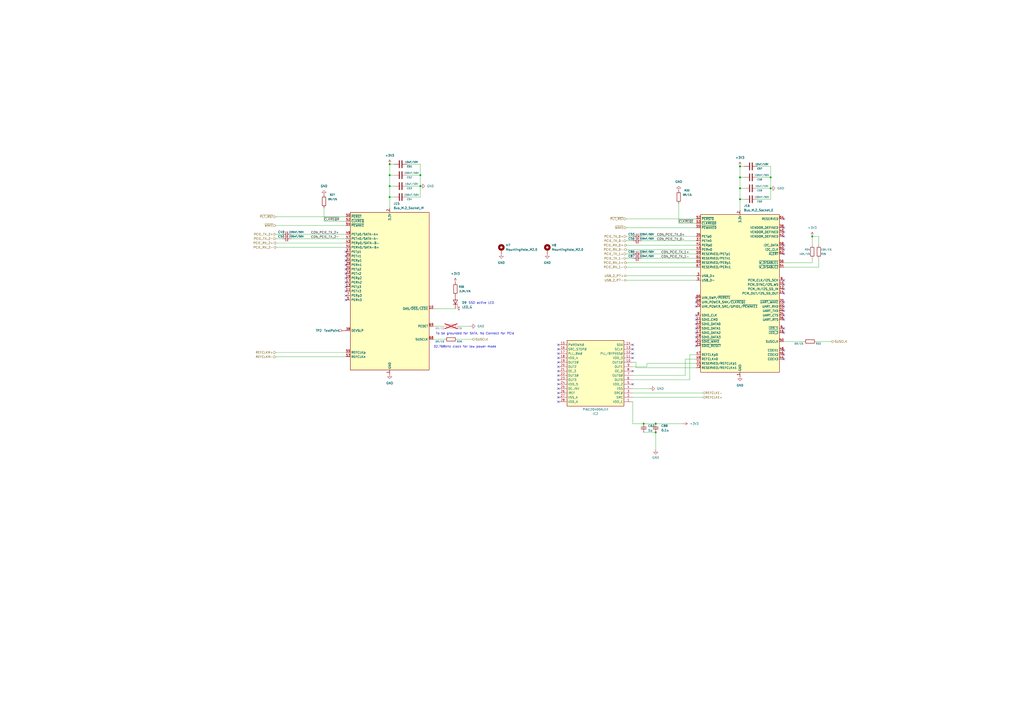
<source format=kicad_sch>
(kicad_sch (version 20231120) (generator "eeschema") (generator_version "8.0")
  (paper "A2")
  (title_block (title "NVR for LattePanda Mu") (date "2024-03-13") (rev "V1.0.0") (company "SpectreBoard"))
  (lib_symbols
    (symbol "Connector:Bus_M.2_Socket_E"
      (property "Reference" "J" (at -22.86 46.99 0))
      (property "Value" "Bus_M.2_Socket_E" (at 16.51 46.99 0))
      (symbol "Bus_M.2_Socket_E_0_1"
        (rectangle (start -22.86 45.72) (end 22.86 -45.72) (stroke (width 0.254)) (fill (type background)))
      )
      (symbol "Bus_M.2_Socket_E_1_1"
        (pin power_in line (at 0 -48.26 90) (length 2.54) (name "GND") (number "1"))
        (pin bidirectional line (at 25.4 5.08 180) (length 2.54) (name "PCM_SYNC/I2S_WS") (number "10"))
        (pin bidirectional line (at -25.4 -15.24 0) (length 2.54) (name "SDIO_CMD") (number "11"))
        (pin input line (at 25.4 2.54 180) (length 2.54) (name "PCM_IN/I2S_SD_IN") (number "12"))
        (pin bidirectional line (at -25.4 -17.78 0) (length 2.54) (name "SDIO_DATA0") (number "13"))
        (pin output line (at 25.4 0 180) (length 2.54) (name "PCM_OUT/I2S_SD_OUT") (number "14"))
        (pin bidirectional line (at -25.4 -20.32 0) (length 2.54) (name "SDIO_DATA1") (number "15"))
        (pin open_collector line (at 25.4 -22.86 180) (length 2.54) (name "~{LED_2}") (number "16"))
        (pin bidirectional line (at -25.4 -22.86 0) (length 2.54) (name "SDIO_DATA2") (number "17"))
        (pin passive line (at 0 -48.26 90) (length 2.54) hide (name "GND") (number "18"))
        (pin bidirectional line (at -25.4 -25.4 0) (length 2.54) (name "SDIO_DATA3") (number "19"))
        (pin power_in line (at 0 48.26 270) (length 2.54) (name "3.3V") (number "2"))
        (pin input line (at 25.4 -5.08 180) (length 2.54) (name "~{UART_WAKE}") (number "20"))
        (pin input line (at -25.4 -27.94 0) (length 2.54) (name "~{SDIO_WAKE}") (number "21"))
        (pin input line (at 25.4 -7.62 180) (length 2.54) (name "UART_RXD") (number "22"))
        (pin output line (at -25.4 -30.48 0) (length 2.54) (name "~{SDIO_RESET}") (number "23"))
        (pin bidirectional line (at -25.4 10.16 0) (length 2.54) (name "USB_D+") (number "3"))
        (pin output line (at 25.4 -10.16 180) (length 2.54) (name "UART_TXD") (number "32"))
        (pin passive line (at 0 -48.26 90) (length 2.54) hide (name "GND") (number "33"))
        (pin input line (at 25.4 -12.7 180) (length 2.54) (name "UART_CTS") (number "34"))
        (pin output line (at -25.4 33.02 0) (length 2.54) (name "PETp0") (number "35"))
        (pin output line (at 25.4 -15.24 180) (length 2.54) (name "UART_RTS") (number "36"))
        (pin output line (at -25.4 30.48 0) (length 2.54) (name "PETn0") (number "37"))
        (pin passive line (at 25.4 38.1 180) (length 2.54) (name "VENDOR_DEFINED") (number "38"))
        (pin passive line (at 0 -48.26 90) (length 2.54) hide (name "GND") (number "39"))
        (pin passive line (at 0 48.26 270) (length 2.54) hide (name "3.3V") (number "4"))
        (pin passive line (at 25.4 35.56 180) (length 2.54) (name "VENDOR_DEFINED") (number "40"))
        (pin input line (at -25.4 27.94 0) (length 2.54) (name "PERp0") (number "41"))
        (pin passive line (at 25.4 33.02 180) (length 2.54) (name "VENDOR_DEFINED") (number "42"))
        (pin input line (at -25.4 25.4 0) (length 2.54) (name "PERn0") (number "43"))
        (pin bidirectional line (at 25.4 -38.1 180) (length 2.54) (name "COEX3") (number "44"))
        (pin passive line (at 0 -48.26 90) (length 2.54) hide (name "GND") (number "45"))
        (pin bidirectional line (at 25.4 -35.56 180) (length 2.54) (name "COEX2") (number "46"))
        (pin output line (at -25.4 -35.56 0) (length 2.54) (name "REFCLKp0") (number "47"))
        (pin bidirectional line (at 25.4 -33.02 180) (length 2.54) (name "COEX1") (number "48"))
        (pin output line (at -25.4 -38.1 0) (length 2.54) (name "REFCLKn0") (number "49"))
        (pin bidirectional line (at -25.4 7.62 0) (length 2.54) (name "USB_D-") (number "5"))
        (pin output line (at 25.4 -27.94 180) (length 2.54) (name "SUSCLK") (number "50"))
        (pin passive line (at 0 -48.26 90) (length 2.54) hide (name "GND") (number "51"))
        (pin output line (at -25.4 43.18 0) (length 2.54) (name "~{PERST0}") (number "52"))
        (pin bidirectional line (at -25.4 40.64 0) (length 2.54) (name "~{CLKREQ0}") (number "53"))
        (pin output line (at 25.4 15.24 180) (length 2.54) (name "~{W_DISABLE2}") (number "54"))
        (pin bidirectional line (at -25.4 38.1 0) (length 2.54) (name "~{PEWAKE0}") (number "55"))
        (pin output line (at 25.4 17.78 180) (length 2.54) (name "~{W_DISABLE1}") (number "56"))
        (pin passive line (at 0 -48.26 90) (length 2.54) hide (name "GND") (number "57"))
        (pin bidirectional line (at 25.4 27.94 180) (length 2.54) (name "I2C_DATA") (number "58"))
        (pin output line (at -25.4 22.86 0) (length 2.54) (name "RESERVED/PETp1") (number "59"))
        (pin open_collector line (at 25.4 -20.32 180) (length 2.54) (name "~{LED_1}") (number "6"))
        (pin output line (at 25.4 25.4 180) (length 2.54) (name "I2C_CLK") (number "60"))
        (pin output line (at -25.4 20.32 0) (length 2.54) (name "RESERVED/PETn1") (number "61"))
        (pin input line (at 25.4 22.86 180) (length 2.54) (name "~{ALERT}") (number "62"))
        (pin passive line (at 0 -48.26 90) (length 2.54) hide (name "GND") (number "63"))
        (pin passive line (at 25.4 43.18 180) (length 2.54) (name "RESERVED") (number "64"))
        (pin input line (at -25.4 17.78 0) (length 2.54) (name "RESERVED/PERp1") (number "65"))
        (pin output line (at -25.4 -2.54 0) (length 2.54) (name "UIM_SWP/~{PERST1}") (number "66"))
        (pin input line (at -25.4 15.24 0) (length 2.54) (name "RESERVED/PERn1") (number "67"))
        (pin bidirectional line (at -25.4 -5.08 0) (length 2.54) (name "UIM_POWER_SNK/~{CLKREQ1}") (number "68"))
        (pin passive line (at 0 -48.26 90) (length 2.54) hide (name "GND") (number "69"))
        (pin passive line (at 0 -48.26 90) (length 2.54) hide (name "GND") (number "7"))
        (pin bidirectional line (at -25.4 -7.62 0) (length 2.54) (name "UIM_POWER_SRC/GPIO1/~{PEWAKE1}") (number "70"))
        (pin output line (at -25.4 -40.64 0) (length 2.54) (name "RESERVED/REFCLKp1") (number "71"))
        (pin passive line (at 0 48.26 270) (length 2.54) hide (name "3.3V") (number "72"))
        (pin output line (at -25.4 -43.18 0) (length 2.54) (name "RESERVED/REFCLKn1") (number "73"))
        (pin passive line (at 0 48.26 270) (length 2.54) hide (name "3.3V") (number "74"))
        (pin passive line (at 0 -48.26 90) (length 2.54) hide (name "GND") (number "75"))
        (pin bidirectional line (at 25.4 7.62 180) (length 2.54) (name "PCM_CLK/I2S_SCK") (number "8"))
        (pin output line (at -25.4 -12.7 0) (length 2.54) (name "SDIO_CLK") (number "9"))
      )
    )
    (symbol "Connector:Bus_M.2_Socket_M"
      (property "Reference" "J" (at -22.86 46.99 0))
      (property "Value" "Bus_M.2_Socket_M" (at 16.51 46.99 0))
      (symbol "Bus_M.2_Socket_M_0_1"
        (rectangle (start -22.86 45.72) (end 22.86 -45.72) (stroke (width 0.254)) (fill (type background)))
      )
      (symbol "Bus_M.2_Socket_M_1_1"
        (pin power_in line (at 0 -48.26 90) (length 2.54) (name "GND") (number "1"))
        (pin bidirectional line (at 25.4 -10.16 180) (length 2.54) (name "DAS/~{DSS}/~{LED1}") (number "10"))
        (pin output line (at -25.4 0 0) (length 2.54) (name "PETn3") (number "11"))
        (pin passive line (at 0 48.26 270) (length 2.54) hide (name "3.3V") (number "12"))
        (pin output line (at -25.4 2.54 0) (length 2.54) (name "PETp3") (number "13"))
        (pin passive line (at 0 48.26 270) (length 2.54) hide (name "3.3V") (number "14"))
        (pin passive line (at 0 -48.26 90) (length 2.54) hide (name "GND") (number "15"))
        (pin passive line (at 0 48.26 270) (length 2.54) hide (name "3.3V") (number "16"))
        (pin input line (at -25.4 5.08 0) (length 2.54) (name "PERn2") (number "17"))
        (pin passive line (at 0 48.26 270) (length 2.54) hide (name "3.3V") (number "18"))
        (pin input line (at -25.4 7.62 0) (length 2.54) (name "PERp2") (number "19"))
        (pin power_in line (at 0 48.26 270) (length 2.54) (name "3.3V") (number "2"))
        (pin no_connect line (at 22.86 2.54 180) (length 2.54) hide (name "NC") (number "20"))
        (pin passive line (at 0 -48.26 90) (length 2.54) hide (name "GND") (number "21"))
        (pin no_connect line (at 22.86 5.08 180) (length 2.54) hide (name "NC") (number "22"))
        (pin output line (at -25.4 10.16 0) (length 2.54) (name "PETn2") (number "23"))
        (pin no_connect line (at 22.86 7.62 180) (length 2.54) hide (name "NC") (number "24"))
        (pin output line (at -25.4 12.7 0) (length 2.54) (name "PETp2") (number "25"))
        (pin no_connect line (at 22.86 10.16 180) (length 2.54) hide (name "NC") (number "26"))
        (pin passive line (at 0 -48.26 90) (length 2.54) hide (name "GND") (number "27"))
        (pin no_connect line (at 22.86 12.7 180) (length 2.54) hide (name "NC") (number "28"))
        (pin input line (at -25.4 15.24 0) (length 2.54) (name "PERn1") (number "29"))
        (pin passive line (at 0 -48.26 90) (length 2.54) hide (name "GND") (number "3"))
        (pin no_connect line (at 22.86 15.24 180) (length 2.54) hide (name "NC") (number "30"))
        (pin input line (at -25.4 17.78 0) (length 2.54) (name "PERp1") (number "31"))
        (pin no_connect line (at 22.86 17.78 180) (length 2.54) hide (name "NC") (number "32"))
        (pin passive line (at 0 -48.26 90) (length 2.54) hide (name "GND") (number "33"))
        (pin no_connect line (at 22.86 20.32 180) (length 2.54) hide (name "NC") (number "34"))
        (pin output line (at -25.4 20.32 0) (length 2.54) (name "PETn1") (number "35"))
        (pin no_connect line (at 22.86 22.86 180) (length 2.54) hide (name "NC") (number "36"))
        (pin output line (at -25.4 22.86 0) (length 2.54) (name "PETp1") (number "37"))
        (pin output line (at -25.4 -22.86 0) (length 2.54) (name "DEVSLP") (number "38"))
        (pin passive line (at 0 -48.26 90) (length 2.54) hide (name "GND") (number "39"))
        (pin passive line (at 0 48.26 270) (length 2.54) hide (name "3.3V") (number "4"))
        (pin no_connect line (at 22.86 25.4 180) (length 2.54) hide (name "NC") (number "40"))
        (pin input line (at -25.4 25.4 0) (length 2.54) (name "PERn0/SATA-B+") (number "41"))
        (pin no_connect line (at 22.86 27.94 180) (length 2.54) hide (name "NC") (number "42"))
        (pin input line (at -25.4 27.94 0) (length 2.54) (name "PERp0/SATA-B-") (number "43"))
        (pin no_connect line (at 22.86 30.48 180) (length 2.54) hide (name "NC") (number "44"))
        (pin passive line (at 0 -48.26 90) (length 2.54) hide (name "GND") (number "45"))
        (pin no_connect line (at 22.86 33.02 180) (length 2.54) hide (name "NC") (number "46"))
        (pin output line (at -25.4 30.48 0) (length 2.54) (name "PETn0/SATA-A-") (number "47"))
        (pin no_connect line (at 22.86 35.56 180) (length 2.54) hide (name "NC") (number "48"))
        (pin output line (at -25.4 33.02 0) (length 2.54) (name "PETp0/SATA-A+") (number "49"))
        (pin input line (at -25.4 -5.08 0) (length 2.54) (name "PERn3") (number "5"))
        (pin output line (at -25.4 43.18 0) (length 2.54) (name "~{PERST}") (number "50"))
        (pin passive line (at 0 -48.26 90) (length 2.54) hide (name "GND") (number "51"))
        (pin bidirectional line (at -25.4 40.64 0) (length 2.54) (name "~{CLKREQ}") (number "52"))
        (pin output line (at -25.4 -38.1 0) (length 2.54) (name "REFCLKn") (number "53"))
        (pin bidirectional line (at -25.4 38.1 0) (length 2.54) (name "~{PEWAKE}") (number "54"))
        (pin output line (at -25.4 -35.56 0) (length 2.54) (name "REFCLKp") (number "55"))
        (pin no_connect line (at 22.86 38.1 180) (length 2.54) hide (name "NC") (number "56"))
        (pin passive line (at 0 -48.26 90) (length 2.54) hide (name "GND") (number "57"))
        (pin no_connect line (at 22.86 40.64 180) (length 2.54) hide (name "NC") (number "58"))
        (pin no_connect line (at 22.86 -2.54 180) (length 2.54) hide (name "NC") (number "6"))
        (pin no_connect line (at 22.86 -5.08 180) (length 2.54) hide (name "NC") (number "67"))
        (pin output line (at 25.4 -27.94 180) (length 2.54) (name "SUSCLK") (number "68"))
        (pin passive line (at 25.4 -20.32 180) (length 2.54) (name "PEDET") (number "69"))
        (pin input line (at -25.4 -2.54 0) (length 2.54) (name "PERp3") (number "7"))
        (pin passive line (at 0 48.26 270) (length 2.54) hide (name "3.3V") (number "70"))
        (pin passive line (at 0 -48.26 90) (length 2.54) hide (name "GND") (number "71"))
        (pin passive line (at 0 48.26 270) (length 2.54) hide (name "3.3V") (number "72"))
        (pin passive line (at 0 -48.26 90) (length 2.54) hide (name "GND") (number "73"))
        (pin passive line (at 0 48.26 270) (length 2.54) hide (name "3.3V") (number "74"))
        (pin passive line (at 0 -48.26 90) (length 2.54) hide (name "GND") (number "75"))
        (pin no_connect line (at 22.86 0 180) (length 2.54) hide (name "NC") (number "8"))
        (pin passive line (at 0 -48.26 90) (length 2.54) hide (name "GND") (number "9"))
      )
    )
    (symbol "Connector:TestPoint" (pin_numbers hide) (pin_names (offset 0.762) hide)
      (property "Reference" "TP" (at 0 6.858 0))
      (property "Value" "TestPoint" (at 0 5.08 0))
      (symbol "TestPoint_0_1"
        (circle (center 0 3.302) (radius 0.762))
      )
      (symbol "TestPoint_1_1"
        (pin passive line (at 0 0 90) (length 2.54) (name "1") (number "1"))
      )
    )
    (symbol "Device:C" (pin_numbers hide) (pin_names (offset 0.254))
      (property "Reference" "C" (at 0.635 2.54 0))
      (property "Value" "C" (at 0.635 -2.54 0))
      (symbol "C_0_1"
        (polyline (pts (xy -2.032 -0.762) (xy 2.032 -0.762)) (stroke (width 0.508)))
        (polyline (pts (xy -2.032 0.762) (xy 2.032 0.762)) (stroke (width 0.508)))
      )
      (symbol "C_1_1"
        (pin passive line (at 0 3.81 270) (length 2.794) (name "~") (number "1"))
        (pin passive line (at 0 -3.81 90) (length 2.794) (name "~") (number "2"))
      )
    )
    (symbol "Device:C_Small" (pin_numbers hide) (pin_names (offset 0.254) hide)
      (property "Reference" "C" (at 0.254 1.778 0))
      (property "Value" "C_Small" (at 0.254 -2.032 0))
      (symbol "C_Small_0_1"
        (polyline (pts (xy -1.524 -0.508) (xy 1.524 -0.508)) (stroke (width 0.3302)))
        (polyline (pts (xy -1.524 0.508) (xy 1.524 0.508)) (stroke (width 0.3048)))
      )
      (symbol "C_Small_1_1"
        (pin passive line (at 0 2.54 270) (length 2.032) (name "~") (number "1"))
        (pin passive line (at 0 -2.54 90) (length 2.032) (name "~") (number "2"))
      )
    )
    (symbol "Device:LED" (pin_numbers hide) (pin_names (offset 1.016) hide)
      (property "Reference" "D" (at 0 2.54 0))
      (property "Value" "LED" (at 0 -2.54 0))
      (symbol "LED_0_1"
        (polyline (pts (xy -1.27 -1.27) (xy -1.27 1.27)) (stroke (width 0.254)))
        (polyline (pts (xy -1.27 0) (xy 1.27 0)))
        (polyline (pts (xy 1.27 -1.27) (xy 1.27 1.27) (xy -1.27 0) (xy 1.27 -1.27)) (stroke (width 0.254)))
        (polyline (pts (xy -3.048 -0.762) (xy -4.572 -2.286) (xy -3.81 -2.286) (xy -4.572 -2.286) (xy -4.572 -1.524)))
        (polyline (pts (xy -1.778 -0.762) (xy -3.302 -2.286) (xy -2.54 -2.286) (xy -3.302 -2.286) (xy -3.302 -1.524)))
      )
      (symbol "LED_1_1"
        (pin passive line (at -3.81 0 0) (length 2.54) (name "K") (number "1"))
        (pin passive line (at 3.81 0 180) (length 2.54) (name "A") (number "2"))
      )
    )
    (symbol "Device:R" (pin_numbers hide) (pin_names (offset 0))
      (property "Reference" "R" (at 2.032 0 90))
      (property "Value" "R" (at 0 0 90))
      (symbol "R_0_1"
        (rectangle (start -1.016 -2.54) (end 1.016 2.54) (stroke (width 0.254)))
      )
      (symbol "R_1_1"
        (pin passive line (at 0 3.81 270) (length 1.27) (name "~") (number "1"))
        (pin passive line (at 0 -3.81 90) (length 1.27) (name "~") (number "2"))
      )
    )
    (symbol "Mechanical:MountingHole_Pad" (pin_numbers hide) (pin_names (offset 1.016) hide) (exclude_from_sim yes) (in_bom no)
      (property "Reference" "H" (at 0 6.35 0))
      (property "Value" "MountingHole_Pad" (at 0 4.445 0))
      (symbol "MountingHole_Pad_0_1"
        (circle (center 0 1.27) (radius 1.27) (stroke (width 1.27)))
      )
      (symbol "MountingHole_Pad_1_1"
        (pin input line (at 0 -2.54 90) (length 2.54) (name "1") (number "1"))
      )
    )
    (symbol "PI6C20400ALEX:PI6C20400ALEX"
      (property "Reference" "IC" (at 39.37 7.62 0))
      (property "Value" "PI6C20400ALEX" (at 39.37 5.08 0))
      (symbol "PI6C20400ALEX_1_1"
        (rectangle (start 5.08 2.54) (end 38.1 -35.56) (stroke (width 0.254)) (fill (type background)))
        (pin passive line (at 0 0 0) (length 5.08) (name "VDD_1") (number "1"))
        (pin passive line (at 0 -22.86 0) (length 5.08) (name "OUT1#") (number "10"))
        (pin passive line (at 0 -25.4 0) (length 5.08) (name "VDD_3") (number "11"))
        (pin passive line (at 0 -27.94 0) (length 5.08) (name "PLL/BYPASS#") (number "12"))
        (pin passive line (at 0 -30.48 0) (length 5.08) (name "SCLK") (number "13"))
        (pin passive line (at 0 -33.02 0) (length 5.08) (name "SDA") (number "14"))
        (pin passive line (at 43.18 -33.02 180) (length 5.08) (name "PWRDWN#") (number "15"))
        (pin passive line (at 43.18 -30.48 180) (length 5.08) (name "SRC_STOP#") (number "16"))
        (pin passive line (at 43.18 -27.94 180) (length 5.08) (name "PLL_BW#") (number "17"))
        (pin passive line (at 43.18 -25.4 180) (length 5.08) (name "VDD_4") (number "18"))
        (pin passive line (at 43.18 -22.86 180) (length 5.08) (name "OUT2#") (number "19"))
        (pin passive line (at 0 -2.54 0) (length 5.08) (name "SRC") (number "2"))
        (pin passive line (at 43.18 -20.32 180) (length 5.08) (name "OUT2") (number "20"))
        (pin passive line (at 43.18 -17.78 180) (length 5.08) (name "OE_3") (number "21"))
        (pin passive line (at 43.18 -15.24 180) (length 5.08) (name "OUT3#") (number "22"))
        (pin passive line (at 43.18 -12.7 180) (length 5.08) (name "OUT3") (number "23"))
        (pin passive line (at 43.18 -10.16 180) (length 5.08) (name "VDD_5") (number "24"))
        (pin passive line (at 43.18 -7.62 180) (length 5.08) (name "OE_INV") (number "25"))
        (pin passive line (at 43.18 -5.08 180) (length 5.08) (name "IREF") (number "26"))
        (pin passive line (at 43.18 -2.54 180) (length 5.08) (name "VSS_A") (number "27"))
        (pin passive line (at 43.18 0 180) (length 5.08) (name "VDD_A") (number "28"))
        (pin passive line (at 0 -5.08 0) (length 5.08) (name "SRC#") (number "3"))
        (pin passive line (at 0 -7.62 0) (length 5.08) (name "VSS") (number "4"))
        (pin passive line (at 0 -10.16 0) (length 5.08) (name "VDD_2") (number "5"))
        (pin passive line (at 0 -12.7 0) (length 5.08) (name "OUT0") (number "6"))
        (pin passive line (at 0 -15.24 0) (length 5.08) (name "OUT0#") (number "7"))
        (pin passive line (at 0 -17.78 0) (length 5.08) (name "OE_0") (number "8"))
        (pin passive line (at 0 -20.32 0) (length 5.08) (name "OUT1") (number "9"))
      )
    )
    (symbol "power:+3V3" (power) (pin_numbers hide) (pin_names (offset 0) hide)
      (property "Value" "+3V3" (at 0 3.556 0))
      (symbol "+3V3_0_1"
        (polyline (pts (xy -0.762 1.27) (xy 0 2.54)))
        (polyline (pts (xy 0 0) (xy 0 2.54)))
        (polyline (pts (xy 0 2.54) (xy 0.762 1.27)))
      )
      (symbol "+3V3_1_1"
        (pin power_in line (at 0 0 90) (length 0) (name "~") (number "1"))
      )
    )
    (symbol "power:GND" (power) (pin_numbers hide) (pin_names (offset 0) hide)
      (property "Value" "GND" (at 0 -3.81 0))
      (symbol "GND_0_1"
        (polyline (pts (xy 0 0) (xy 0 -1.27) (xy 1.27 -1.27) (xy 0 -2.54) (xy -1.27 -1.27) (xy 0 -1.27)))
      )
      (symbol "GND_1_1"
        (pin power_in line (at 0 0 270) (length 0) (name "~") (number "1"))
      )
    )
  )
  (junction (at 447.04 109.22))
  (junction (at 429.26 102.87))
  (junction (at 373.38 245.745))
  (junction (at 429.26 115.57))
  (junction (at 429.26 109.22))
  (junction (at 471.17 137.16))
  (junction (at 243.84 107.95))
  (junction (at 380.365 250.825))
  (junction (at 447.04 102.87))
  (junction (at 226.06 114.3))
  (junction (at 226.06 95.25))
  (junction (at 380.365 245.745))
  (junction (at 226.06 101.6))
  (junction (at 429.26 96.52))
  (junction (at 243.84 101.6))
  (junction (at 226.06 107.95))
  (no_connect (at 323.85 215.265))
  (no_connect (at 323.85 220.345))
  (no_connect (at 200.66 148.59))
  (no_connect (at 403.86 193.04))
  (no_connect (at 454.66 167.64))
  (no_connect (at 403.86 175.26))
  (no_connect (at 367.03 205.105))
  (no_connect (at 367.03 207.645))
  (no_connect (at 323.85 202.565))
  (no_connect (at 403.86 172.72))
  (no_connect (at 323.85 227.965))
  (no_connect (at 454.66 203.2))
  (no_connect (at 323.85 210.185))
  (no_connect (at 403.86 182.88))
  (no_connect (at 454.66 147.32))
  (no_connect (at 454.66 134.62))
  (no_connect (at 323.85 233.045))
  (no_connect (at 454.66 190.5))
  (no_connect (at 323.85 230.505))
  (no_connect (at 200.66 156.21))
  (no_connect (at 323.85 222.885))
  (no_connect (at 200.66 173.99))
  (no_connect (at 403.86 198.12))
  (no_connect (at 323.85 200.025))
  (no_connect (at 403.86 177.8))
  (no_connect (at 323.85 207.645))
  (no_connect (at 367.03 202.565))
  (no_connect (at 403.86 187.96))
  (no_connect (at 200.66 161.29))
  (no_connect (at 323.85 205.105))
  (no_connect (at 200.66 146.05))
  (no_connect (at 200.66 153.67))
  (no_connect (at 323.85 217.805))
  (no_connect (at 454.66 208.28))
  (no_connect (at 200.66 158.75))
  (no_connect (at 454.66 177.8))
  (no_connect (at 454.66 180.34))
  (no_connect (at 454.66 142.24))
  (no_connect (at 454.66 185.42))
  (no_connect (at 200.66 171.45))
  (no_connect (at 403.86 190.5))
  (no_connect (at 403.86 200.66))
  (no_connect (at 454.66 205.74))
  (no_connect (at 367.03 215.265))
  (no_connect (at 323.85 225.425))
  (no_connect (at 403.86 195.58))
  (no_connect (at 403.86 185.42))
  (no_connect (at 200.66 166.37))
  (no_connect (at 454.66 175.26))
  (no_connect (at 454.66 170.18))
  (no_connect (at 454.66 127))
  (no_connect (at 323.85 212.725))
  (no_connect (at 200.66 168.91))
  (no_connect (at 454.66 137.16))
  (no_connect (at 367.03 222.885))
  (no_connect (at 454.66 165.1))
  (no_connect (at 200.66 163.83))
  (no_connect (at 454.66 144.78))
  (no_connect (at 454.66 132.08))
  (no_connect (at 454.66 193.04))
  (no_connect (at 200.66 151.13))
  (no_connect (at 454.66 182.88))
  (no_connect (at 367.03 200.025))
  (no_connect (at 454.66 162.56))
  (wire (pts (xy 236.22 101.6) (xy 243.84 101.6)))
  (wire (pts (xy 403.86 208.28) (xy 397.51 208.28)))
  (wire (pts (xy 226.06 101.6) (xy 226.06 107.95)))
  (wire (pts (xy 243.84 101.6) (xy 243.84 107.95)))
  (wire (pts (xy 429.26 96.52) (xy 429.26 102.87)))
  (wire (pts (xy 160.02 204.47) (xy 200.66 204.47)))
  (wire (pts (xy 187.96 120.65) (xy 187.96 128.27)))
  (wire (pts (xy 439.42 102.87) (xy 447.04 102.87)))
  (wire (pts (xy 429.26 102.87) (xy 431.8 102.87)))
  (wire (pts (xy 160.02 140.97) (xy 200.66 140.97)))
  (wire (pts (xy 474.98 142.24) (xy 474.98 137.16)))
  (wire (pts (xy 367.03 225.425) (xy 377.19 225.425)))
  (wire (pts (xy 226.06 114.3) (xy 226.06 120.65)))
  (wire (pts (xy 372.11 149.86) (xy 403.86 149.86)))
  (wire (pts (xy 363.22 137.16) (xy 367.03 137.16)))
  (wire (pts (xy 429.26 96.52) (xy 431.8 96.52)))
  (wire (pts (xy 251.46 189.23) (xy 257.81 189.23)))
  (wire (pts (xy 407.67 230.505) (xy 367.03 230.505)))
  (wire (pts (xy 363.22 154.94) (xy 403.86 154.94)))
  (wire (pts (xy 160.02 135.89) (xy 163.83 135.89)))
  (wire (pts (xy 397.51 208.28) (xy 397.51 217.805)))
  (wire (pts (xy 403.86 213.36) (xy 368.935 213.36)))
  (wire (pts (xy 187.96 128.27) (xy 200.66 128.27)))
  (wire (pts (xy 367.03 233.045) (xy 367.03 245.745)))
  (wire (pts (xy 454.66 154.94) (xy 474.98 154.94)))
  (wire (pts (xy 243.84 95.25) (xy 243.84 101.6)))
  (wire (pts (xy 363.22 144.78) (xy 403.86 144.78)))
  (wire (pts (xy 363.22 149.86) (xy 367.03 149.86)))
  (wire (pts (xy 363.22 160.02) (xy 403.86 160.02)))
  (wire (pts (xy 226.06 95.25) (xy 228.6 95.25)))
  (wire (pts (xy 160.02 207.01) (xy 200.66 207.01)))
  (wire (pts (xy 251.46 196.85) (xy 257.81 196.85)))
  (wire (pts (xy 439.42 109.22) (xy 447.04 109.22)))
  (wire (pts (xy 403.86 205.74) (xy 400.05 205.74)))
  (wire (pts (xy 400.05 220.345) (xy 367.03 220.345)))
  (wire (pts (xy 397.51 217.805) (xy 367.03 217.805)))
  (wire (pts (xy 363.22 152.4) (xy 403.86 152.4)))
  (wire (pts (xy 471.17 152.4) (xy 471.17 149.86)))
  (wire (pts (xy 439.42 115.57) (xy 447.04 115.57)))
  (wire (pts (xy 473.71 198.12) (xy 482.6 198.12)))
  (wire (pts (xy 393.7 129.54) (xy 403.86 129.54)))
  (wire (pts (xy 474.98 137.16) (xy 471.17 137.16)))
  (wire (pts (xy 160.02 125.73) (xy 200.66 125.73)))
  (wire (pts (xy 471.17 137.16) (xy 471.17 142.24)))
  (wire (pts (xy 265.43 189.23) (xy 273.05 189.23)))
  (wire (pts (xy 236.22 107.95) (xy 243.84 107.95)))
  (wire (pts (xy 228.6 107.95) (xy 226.06 107.95)))
  (wire (pts (xy 228.6 114.3) (xy 226.06 114.3)))
  (wire (pts (xy 226.06 101.6) (xy 228.6 101.6)))
  (wire (pts (xy 363.22 127) (xy 403.86 127)))
  (wire (pts (xy 375.285 212.725) (xy 367.03 212.725)))
  (wire (pts (xy 474.98 154.94) (xy 474.98 149.86)))
  (wire (pts (xy 160.02 138.43) (xy 163.83 138.43)))
  (wire (pts (xy 160.02 130.81) (xy 200.66 130.81)))
  (wire (pts (xy 400.05 205.74) (xy 400.05 220.345)))
  (wire (pts (xy 372.11 139.7) (xy 403.86 139.7)))
  (wire (pts (xy 431.8 115.57) (xy 429.26 115.57)))
  (wire (pts (xy 407.67 227.965) (xy 367.03 227.965)))
  (wire (pts (xy 368.935 210.185) (xy 367.03 210.185)))
  (wire (pts (xy 429.26 115.57) (xy 429.26 121.92)))
  (wire (pts (xy 447.04 115.57) (xy 447.04 109.22)))
  (wire (pts (xy 367.03 245.745) (xy 373.38 245.745)))
  (wire (pts (xy 429.26 102.87) (xy 429.26 109.22)))
  (wire (pts (xy 380.365 250.825) (xy 380.365 260.985)))
  (wire (pts (xy 168.91 135.89) (xy 200.66 135.89)))
  (wire (pts (xy 372.11 147.32) (xy 403.86 147.32)))
  (wire (pts (xy 265.43 196.85) (xy 274.32 196.85)))
  (wire (pts (xy 380.365 245.745) (xy 396.24 245.745)))
  (wire (pts (xy 375.285 210.82) (xy 375.285 212.725)))
  (wire (pts (xy 363.22 162.56) (xy 403.86 162.56)))
  (wire (pts (xy 160.02 143.51) (xy 200.66 143.51)))
  (wire (pts (xy 368.935 213.36) (xy 368.935 210.185)))
  (wire (pts (xy 447.04 102.87) (xy 447.04 109.22)))
  (wire (pts (xy 431.8 109.22) (xy 429.26 109.22)))
  (wire (pts (xy 363.22 139.7) (xy 367.03 139.7)))
  (wire (pts (xy 168.91 138.43) (xy 200.66 138.43)))
  (wire (pts (xy 251.46 179.07) (xy 264.16 179.07)))
  (wire (pts (xy 372.11 137.16) (xy 403.86 137.16)))
  (wire (pts (xy 363.22 132.08) (xy 403.86 132.08)))
  (wire (pts (xy 226.06 107.95) (xy 226.06 114.3)))
  (wire (pts (xy 403.86 210.82) (xy 375.285 210.82)))
  (wire (pts (xy 363.22 147.32) (xy 367.03 147.32)))
  (wire (pts (xy 363.22 142.24) (xy 403.86 142.24)))
  (wire (pts (xy 226.06 95.25) (xy 226.06 101.6)))
  (wire (pts (xy 373.38 250.825) (xy 380.365 250.825)))
  (wire (pts (xy 236.22 95.25) (xy 243.84 95.25)))
  (wire (pts (xy 454.66 198.12) (xy 466.09 198.12)))
  (wire (pts (xy 454.66 152.4) (xy 471.17 152.4)))
  (wire (pts (xy 393.7 118.11) (xy 393.7 129.54)))
  (wire (pts (xy 243.84 114.3) (xy 243.84 107.95)))
  (wire (pts (xy 439.42 96.52) (xy 447.04 96.52)))
  (wire (pts (xy 447.04 96.52) (xy 447.04 102.87)))
  (wire (pts (xy 236.22 114.3) (xy 243.84 114.3)))
  (wire (pts (xy 373.38 245.745) (xy 380.365 245.745)))
  (wire (pts (xy 429.26 109.22) (xy 429.26 115.57)))
  (text "To be grounded for SATA, No Connect for PCIe" (at 252.73 194.31 0) (effects (font (size 1.27 1.27)) (justify left bottom)))
  (text "SSD active LED" (at 271.78 176.53 0) (effects (font (size 1.27 1.27)) (justify left bottom)))
  (text "32.768kHz clock for low power mode" (at 251.46 201.93 0) (effects (font (size 1.27 1.27)) (justify left bottom)))
  (label "~{CLKREQM}" (at 187.96 128.27 0))
  (label "CON_PCIE_TX_0-" (at 381 139.7 0))
  (label "CON_PCIE_TX_2+" (at 180.34 135.89 0))
  (label "CON_PCIE_TX_0+" (at 381 137.16 0))
  (label "~{CLKREQE}" (at 393.7 129.54 0))
  (label "CON_PCIE_TX_1-" (at 383.54 149.86 0))
  (label "CON_PCIE_TX_1+" (at 383.54 147.32 0))
  (label "CON_PCIE_TX_2-" (at 180.34 138.43 0))
  (hierarchical_label "~{PLT_RST}" (shape input) (at 363.22 127 180))
  (hierarchical_label "~{WAKE}" (shape input) (at 160.02 130.81 180))
  (hierarchical_label "~{PLT_RST}" (shape input) (at 160.02 125.73 180))
  (hierarchical_label "USB_2_P7-" (shape bidirectional) (at 363.22 162.56 180))
  (hierarchical_label "PCIE_TX_2+" (shape input) (at 160.02 135.89 180))
  (hierarchical_label "PCIE_RX_1+" (shape output) (at 363.22 152.4 180))
  (hierarchical_label "PCIE_TX_0+" (shape input) (at 363.22 137.16 180))
  (hierarchical_label "PCIE_TX_0-" (shape input) (at 363.22 139.7 180))
  (hierarchical_label "PCIE_RX_0+" (shape output) (at 363.22 142.24 180))
  (hierarchical_label "REFCLKM-" (shape input) (at 160.02 207.01 180))
  (hierarchical_label "USB_2_P7+" (shape bidirectional) (at 363.22 160.02 180))
  (hierarchical_label "~{WAKE}" (shape input) (at 363.22 132.08 180))
  (hierarchical_label "PCIE_RX_2+" (shape output) (at 160.02 140.97 180))
  (hierarchical_label "REFCLKE-" (shape input) (at 407.67 227.965 0))
  (hierarchical_label "PCIE_RX_0-" (shape output) (at 363.22 144.78 180))
  (hierarchical_label "PCIE_TX_1+" (shape input) (at 363.22 147.32 180))
  (hierarchical_label "PCIE_TX_1-" (shape input) (at 363.22 149.86 180))
  (hierarchical_label "REFCLKM+" (shape input) (at 160.02 204.47 180))
  (hierarchical_label "PCIE_RX_2-" (shape output) (at 160.02 143.51 180))
  (hierarchical_label "PCIE_RX_1-" (shape output) (at 363.22 154.94 180))
  (hierarchical_label "SUSCLK" (shape output) (at 274.32 196.85 0))
  (hierarchical_label "REFCLKE+" (shape input) (at 407.67 230.505 0))
  (hierarchical_label "SUSCLK" (shape output) (at 482.6 198.12 0))
  (hierarchical_label "PCIE_TX_2-" (shape input) (at 160.02 138.43 180))
  (symbol (lib_id "power:GND") (at 393.7 110.49 180) (unit 1)
    (property "Reference" "#PWR072" (effects (hide yes)))
    (property "Value" "GND" (at 393.7 105.41 0))
    (property "Description" "Power symbol creates a global label with name \"GND\" , ground" (effects (hide yes)))
  )
  (symbol (lib_id "Device:R") (at 187.96 116.84 180) (unit 1)
    (property "Reference" "R27" (at 194.31 113.03 0) (effects (font (size 1 1)) (justify left)))
    (property "Value" "0R/1%" (at 195.58 115.57 0) (effects (font (size 1 1)) (justify left)))
    (property "Footprint" "A_HDJ_Library:R_0402_1005Metric" (effects (hide yes)))
    (property "Description" "Resistor" (effects (hide yes)))
  )
  (symbol (lib_id "Device:C_Small") (at 369.57 147.32 90) (unit 1)
    (property "Reference" "C86" (at 368.3 146.05 90) (effects (justify left)))
    (property "Value" "220nF/50V" (at 370.84 146.05 90) (effects (font (size 1 1)) (justify right)))
    (property "Footprint" "A_HDJ_Library:C_0402_1005Metric" (effects (hide yes)))
    (property "Description" "Unpolarized capacitor, small symbol" (effects (hide yes)))
    (property "SCH_Show_Footprint" "C0402" (effects (hide yes)))
  )
  (symbol (lib_id "Device:R") (at 474.98 146.05 0) (unit 1)
    (property "Reference" "R35" (at 476.25 147.32 0) (effects (font (size 1 1)) (justify left)))
    (property "Value" "10K/1%" (at 476.25 144.78 0) (effects (font (size 1 1)) (justify left)))
    (property "Footprint" "A_HDJ_Library:R_0402_1005Metric" (effects (hide yes)))
    (property "Description" "Resistor" (effects (hide yes)))
  )
  (symbol (lib_id "power:+3V3") (at 429.26 96.52 0) (unit 1)
    (property "Reference" "#PWR073" (effects (hide yes)))
    (property "Value" "+3V3" (at 429.26 91.44 0))
    (property "Description" "Power symbol creates a global label with name \"+3V3\"" (effects (hide yes)))
  )
  (symbol (lib_id "Device:C") (at 435.61 96.52 270) (unit 1)
    (property "Reference" "C57" (at 440.69 97.79 90) (effects (font (size 1 1))))
    (property "Value" "10uF/10V" (at 441.96 95.25 90) (effects (font (size 1 1))))
    (property "Footprint" "A_HDJ_Library:C_0402_1005Metric" (effects (hide yes)))
    (property "Description" "Unpolarized capacitor" (effects (hide yes)))
    (property "SCH_Show_Footprint" "C0402" (effects (hide yes)))
  )
  (symbol (lib_id "Device:R") (at 264.16 167.64 180) (unit 1)
    (property "Reference" "R30" (at 269.24 166.37 0) (effects (font (size 1 1)) (justify left)))
    (property "Value" "2.2K/1%" (at 273.05 168.91 0) (effects (font (size 1 1)) (justify left)))
    (property "Footprint" "A_HDJ_Library:R_0402_1005Metric" (effects (hide yes)))
    (property "Description" "Resistor" (effects (hide yes)))
  )
  (symbol (lib_id "Device:C") (at 435.61 115.57 270) (unit 1)
    (property "Reference" "C60" (at 440.69 116.84 90) (effects (font (size 1 1))))
    (property "Value" "100nF/50V" (at 441.96 114.3 90) (effects (font (size 1 1))))
    (property "Footprint" "A_HDJ_Library:C_0402_1005Metric" (effects (hide yes)))
    (property "Description" "Unpolarized capacitor" (effects (hide yes)))
    (property "SCH_Show_Footprint" "C0402" (effects (hide yes)))
  )
  (symbol (lib_id "Device:C_Small") (at 166.37 138.43 90) (unit 1)
    (property "Reference" "C50" (at 165.1 137.16 90) (effects (justify left)))
    (property "Value" "220nF/50V" (at 167.64 137.16 90) (effects (font (size 1 1)) (justify right)))
    (property "Footprint" "A_HDJ_Library:C_0402_1005Metric" (effects (hide yes)))
    (property "Description" "Unpolarized capacitor, small symbol" (effects (hide yes)))
    (property "SCH_Show_Footprint" "C0402" (effects (hide yes)))
    (instances (project "[DFR1142]Lite Carrier for LattePanda Mu" (path "" (reference "C50") (unit 1))) (project "LPM-PCIeEx" (path "" (reference "C?") (unit 1))))
  )
  (symbol (lib_id "power:+3V3") (at 471.17 137.16 0) (unit 1)
    (property "Reference" "#PWR076" (effects (hide yes)))
    (property "Value" "+3V3" (at 471.17 132.08 0))
    (property "Description" "Power symbol creates a global label with name \"+3V3\"" (effects (hide yes)))
  )
  (symbol (lib_id "power:GND") (at 290.83 147.32 0) (unit 1)
    (property "Reference" "#PWR070" (effects (hide yes)))
    (property "Value" "GND" (at 290.83 152.4 0))
    (property "Description" "Power symbol creates a global label with name \"GND\" , ground" (effects (hide yes)))
  )
  (symbol (lib_id "Device:C") (at 232.41 107.95 270) (unit 1)
    (property "Reference" "C53" (at 237.49 109.22 90) (effects (font (size 1 1))))
    (property "Value" "10uF/10V" (at 238.76 106.68 90) (effects (font (size 1 1))))
    (property "Footprint" "A_HDJ_Library:C_0402_1005Metric" (effects (hide yes)))
    (property "Description" "Unpolarized capacitor" (effects (hide yes)))
    (property "SCH_Show_Footprint" "C0402" (effects (hide yes)))
  )
  (symbol (lib_id "Device:C_Small") (at 373.38 248.285 0) (unit 1)
    (property "Reference" "C63" (at 375.92 247.0212 0) (effects (justify left)))
    (property "Value" "1u" (at 375.92 249.5612 0) (effects (justify left)))
    (property "Description" "Unpolarized capacitor, small symbol" (effects (hide yes)))
  )
  (symbol (lib_id "power:GND") (at 243.84 107.95 90) (unit 1)
    (property "Reference" "#PWR067" (effects (hide yes)))
    (property "Value" "GND" (at 247.65 107.95 90) (effects (justify right)))
    (property "Description" "Power symbol creates a global label with name \"GND\" , ground" (effects (hide yes)))
  )
  (symbol (lib_id "Device:LED") (at 264.16 175.26 90) (unit 1)
    (property "Reference" "D9" (at 267.97 175.5775 90) (effects (justify right)))
    (property "Value" "LED_G" (at 267.97 178.1175 90) (effects (justify right)))
    (property "Footprint" "A_HDJ_Library:LED_0603_1608Metric" (effects (hide yes)))
    (property "Description" "Light emitting diode" (effects (hide yes)))
    (property "SCH_Show_Footprint" "LED0603" (effects (hide yes)))
  )
  (symbol (lib_id "Connector:Bus_M.2_Socket_E") (at 429.26 170.18 0) (unit 1)
    (property "Reference" "J16" (at 431.4541 119.38 0) (effects (justify left)))
    (property "Value" "Bus_M.2_Socket_E" (at 431.4541 121.92 0) (effects (justify left)))
    (property "Footprint" "A_HDJ_Library:PCIe_M.2_Connectors_P=0.5mm_H=4.2mm_KeyE" (effects (hide yes)))
    (property "Datasheet" "http://read.pudn.com/downloads794/doc/project/3133918/PCIe_M.2_Electromechanical_Spec_Rev1.0_Final_11012013_RS_Clean.pdf#page=150" (effects (hide yes)))
    (property "Description" "M.2 Socket 1-SD Mechanical Key E" (effects (hide yes)))
  )
  (symbol (lib_id "Device:C_Small") (at 380.365 248.285 0) (unit 1)
    (property "Reference" "C88" (at 383.54 247.0212 0) (effects (justify left)))
    (property "Value" "0.1u" (at 383.54 249.5612 0) (effects (justify left)))
    (property "Description" "Unpolarized capacitor, small symbol" (effects (hide yes)))
  )
  (symbol (lib_id "power:GND") (at 317.5 147.32 0) (unit 1)
    (property "Reference" "#PWR071" (effects (hide yes)))
    (property "Value" "GND" (at 317.5 152.4 0))
    (property "Description" "Power symbol creates a global label with name \"GND\" , ground" (effects (hide yes)))
  )
  (symbol (lib_id "power:+3V3") (at 396.24 245.745 270) (unit 1)
    (property "Reference" "#PWR0123" (effects (hide yes)))
    (property "Value" "+3V3" (at 400.05 245.7449 90) (effects (justify left)))
    (property "Description" "Power symbol creates a global label with name \"+3V3\"" (effects (hide yes)))
  )
  (symbol (lib_id "Device:C") (at 232.41 101.6 270) (unit 1)
    (property "Reference" "C52" (at 237.49 102.87 90) (effects (font (size 1 1))))
    (property "Value" "100nF/50V" (at 238.76 100.33 90) (effects (font (size 1 1))))
    (property "Footprint" "A_HDJ_Library:C_0402_1005Metric" (effects (hide yes)))
    (property "Description" "Unpolarized capacitor" (effects (hide yes)))
    (property "SCH_Show_Footprint" "C0402" (effects (hide yes)))
  )
  (symbol (lib_id "Connector:TestPoint") (at 200.66 191.77 90) (mirror x) (unit 1)
    (property "Reference" "TP2" (at 186.69 191.77 90) (effects (justify left)))
    (property "Value" "TestPoint" (at 196.85 191.77 90) (effects (justify left)))
    (property "Footprint" "A_HDJ_Library:TestPoint_Pad_D1.5mm" (effects (hide yes)))
    (property "Description" "test point" (effects (hide yes)))
  )
  (symbol (lib_id "power:GND") (at 226.06 217.17 0) (unit 1)
    (property "Reference" "#PWR066" (effects (hide yes)))
    (property "Value" "GND" (at 226.06 222.25 0))
    (property "Description" "Power symbol creates a global label with name \"GND\" , ground" (effects (hide yes)))
  )
  (symbol (lib_id "Device:R") (at 469.9 198.12 90) (unit 1)
    (property "Reference" "R33" (at 476.25 199.39 90) (effects (font (size 1 1)) (justify left)))
    (property "Value" "0R/1%" (at 466.09 199.39 90) (effects (font (size 1 1)) (justify left)))
    (property "Footprint" "A_HDJ_Library:R_0402_1005Metric" (effects (hide yes)))
    (property "Description" "Resistor" (effects (hide yes)))
  )
  (symbol (lib_id "power:GND") (at 447.04 109.22 90) (unit 1)
    (property "Reference" "#PWR075" (effects (hide yes)))
    (property "Value" "GND" (at 450.85 109.22 90) (effects (justify right)))
    (property "Description" "Power symbol creates a global label with name \"GND\" , ground" (effects (hide yes)))
  )
  (symbol (lib_id "Device:C_Small") (at 166.37 135.89 90) (unit 1)
    (property "Reference" "C49" (at 165.1 134.62 90) (effects (justify left)))
    (property "Value" "220nF/50V" (at 167.64 134.62 90) (effects (font (size 1 1)) (justify right)))
    (property "Footprint" "A_HDJ_Library:C_0402_1005Metric" (effects (hide yes)))
    (property "Description" "Unpolarized capacitor, small symbol" (effects (hide yes)))
    (property "SCH_Show_Footprint" "C0402" (effects (hide yes)))
    (instances (project "[DFR1142]Lite Carrier for LattePanda Mu" (path "" (reference "C49") (unit 1))) (project "LPM-PCIeEx" (path "" (reference "C?") (unit 1))))
  )
  (symbol (lib_id "power:GND") (at 377.19 225.425 90) (unit 1)
    (property "Reference" "#PWR0125" (effects (hide yes)))
    (property "Value" "GND" (at 381 225.4249 90) (effects (justify right)))
    (property "Description" "Power symbol creates a global label with name \"GND\" , ground" (effects (hide yes)))
  )
  (symbol (lib_id "Device:C") (at 435.61 109.22 270) (unit 1)
    (property "Reference" "C59" (at 440.69 110.49 90) (effects (font (size 1 1))))
    (property "Value" "10uF/10V" (at 441.96 107.95 90) (effects (font (size 1 1))))
    (property "Footprint" "A_HDJ_Library:C_0402_1005Metric" (effects (hide yes)))
    (property "Description" "Unpolarized capacitor" (effects (hide yes)))
    (property "SCH_Show_Footprint" "C0402" (effects (hide yes)))
  )
  (symbol (lib_id "Mechanical:MountingHole_Pad") (at 317.5 144.78 0) (unit 1)
    (property "Reference" "H8" (at 320.04 142.24 0) (effects (justify left)))
    (property "Value" "MountingHole_M2.0" (at 320.04 144.78 0) (effects (justify left)))
    (property "Footprint" "A_HDJ_Library:MountingHole_2.7mm_M2_4.4mm_Pad_TopOnly" (effects (hide yes)))
    (property "Description" "Mounting Hole with connection" (effects (hide yes)))
  )
  (symbol (lib_id "Device:C_Small") (at 369.57 139.7 90) (unit 1)
    (property "Reference" "C56" (at 368.3 138.43 90) (effects (justify left)))
    (property "Value" "220nF/50V" (at 370.84 138.43 90) (effects (font (size 1 1)) (justify right)))
    (property "Footprint" "A_HDJ_Library:C_0402_1005Metric" (effects (hide yes)))
    (property "Description" "Unpolarized capacitor, small symbol" (effects (hide yes)))
    (property "SCH_Show_Footprint" "C0402" (effects (hide yes)))
    (instances (project "[DFR1142]Lite Carrier for LattePanda Mu" (path "" (reference "C56") (unit 1))) (project "LPM-PCIeEx" (path "" (reference "C?") (unit 1))))
  )
  (symbol (lib_id "Mechanical:MountingHole_Pad") (at 290.83 144.78 0) (unit 1)
    (property "Reference" "H7" (at 293.37 142.24 0) (effects (justify left)))
    (property "Value" "MountingHole_M2.0" (at 293.37 144.78 0) (effects (justify left)))
    (property "Footprint" "A_HDJ_Library:MountingHole_2.7mm_M2_4.4mm_Pad_TopOnly" (effects (hide yes)))
    (property "Description" "Mounting Hole with connection" (effects (hide yes)))
  )
  (symbol (lib_id "power:GND") (at 187.96 113.03 180) (unit 1)
    (property "Reference" "#PWR064" (effects (hide yes)))
    (property "Value" "GND" (at 187.96 107.95 0))
    (property "Description" "Power symbol creates a global label with name \"GND\" , ground" (effects (hide yes)))
  )
  (symbol (lib_id "Connector:Bus_M.2_Socket_M") (at 226.06 168.91 0) (unit 1)
    (property "Reference" "J15" (at 228.2541 118.11 0) (effects (justify left)))
    (property "Value" "Bus_M.2_Socket_M" (at 228.2541 120.65 0) (effects (justify left)))
    (property "Footprint" "A_HDJ_Library:PCIe_M.2_Connectors_P=0.5mm_H=4.2mm_KeyM" (effects (hide yes)))
    (property "Datasheet" "http://read.pudn.com/downloads794/doc/project/3133918/PCIe_M.2_Electromechanical_Spec_Rev1.0_Final_11012013_RS_Clean.pdf#page=155" (effects (hide yes)))
    (property "Description" "M.2 Socket 3 Mechanical Key M" (effects (hide yes)))
  )
  (symbol (lib_id "Device:C") (at 232.41 114.3 270) (unit 1)
    (property "Reference" "C54" (at 237.49 115.57 90) (effects (font (size 1 1))))
    (property "Value" "100nF/50V" (at 238.76 113.03 90) (effects (font (size 1 1))))
    (property "Footprint" "A_HDJ_Library:C_0402_1005Metric" (effects (hide yes)))
    (property "Description" "Unpolarized capacitor" (effects (hide yes)))
    (property "SCH_Show_Footprint" "C0402" (effects (hide yes)))
  )
  (symbol (lib_id "Device:R") (at 393.7 114.3 180) (unit 1)
    (property "Reference" "R32" (at 400.05 110.49 0) (effects (font (size 1 1)) (justify left)))
    (property "Value" "0R/1%" (at 401.32 113.03 0) (effects (font (size 1 1)) (justify left)))
    (property "Footprint" "A_HDJ_Library:R_0402_1005Metric" (effects (hide yes)))
    (property "Description" "Resistor" (effects (hide yes)))
  )
  (symbol (lib_id "Device:C_Small") (at 369.57 149.86 90) (unit 1)
    (property "Reference" "C87" (at 368.3 148.59 90) (effects (justify left)))
    (property "Value" "220nF/50V" (at 370.84 148.59 90) (effects (font (size 1 1)) (justify right)))
    (property "Footprint" "A_HDJ_Library:C_0402_1005Metric" (effects (hide yes)))
    (property "Description" "Unpolarized capacitor, small symbol" (effects (hide yes)))
    (property "SCH_Show_Footprint" "C0402" (effects (hide yes)))
  )
  (symbol (lib_id "Device:C_Small") (at 369.57 137.16 90) (unit 1)
    (property "Reference" "C55" (at 368.3 135.89 90) (effects (justify left)))
    (property "Value" "220nF/50V" (at 370.84 135.89 90) (effects (font (size 1 1)) (justify right)))
    (property "Footprint" "A_HDJ_Library:C_0402_1005Metric" (effects (hide yes)))
    (property "Description" "Unpolarized capacitor, small symbol" (effects (hide yes)))
    (property "SCH_Show_Footprint" "C0402" (effects (hide yes)))
    (instances (project "[DFR1142]Lite Carrier for LattePanda Mu" (path "" (reference "C55") (unit 1))) (project "LPM-PCIeEx" (path "" (reference "C?") (unit 1))))
  )
  (symbol (lib_id "Device:C") (at 232.41 95.25 270) (unit 1)
    (property "Reference" "C51" (at 237.49 96.52 90) (effects (font (size 1 1))))
    (property "Value" "10uF/10V" (at 238.76 93.98 90) (effects (font (size 1 1))))
    (property "Footprint" "A_HDJ_Library:C_0402_1005Metric" (effects (hide yes)))
    (property "Description" "Unpolarized capacitor" (effects (hide yes)))
    (property "SCH_Show_Footprint" "C0402" (effects (hide yes)))
  )
  (symbol (lib_id "power:GND") (at 380.365 260.985 0) (unit 1)
    (property "Reference" "#PWR0124" (effects (hide yes)))
    (property "Value" "GND" (at 380.365 265.43 0))
    (property "Description" "Power symbol creates a global label with name \"GND\" , ground" (effects (hide yes)))
  )
  (symbol (lib_id "power:GND") (at 429.26 218.44 0) (unit 1)
    (property "Reference" "#PWR074" (effects (hide yes)))
    (property "Value" "GND" (at 429.26 223.52 0))
    (property "Description" "Power symbol creates a global label with name \"GND\" , ground" (effects (hide yes)))
  )
  (symbol (lib_id "Device:R") (at 261.62 196.85 90) (unit 1)
    (property "Reference" "R29" (at 267.97 198.12 90) (effects (font (size 1 1)) (justify left)))
    (property "Value" "0R/1%" (at 257.81 198.12 90) (effects (font (size 1 1)) (justify left)))
    (property "Footprint" "A_HDJ_Library:R_0402_1005Metric" (effects (hide yes)))
    (property "Description" "Resistor" (effects (hide yes)))
  )
  (symbol (lib_id "power:+3V3") (at 226.06 95.25 0) (unit 1)
    (property "Reference" "#PWR065" (effects (hide yes)))
    (property "Value" "+3V3" (at 226.06 90.17 0))
    (property "Description" "Power symbol creates a global label with name \"+3V3\"" (effects (hide yes)))
  )
  (symbol (lib_id "Device:R") (at 261.62 189.23 90) (unit 1) (in_bom no) (on_board no) (dnp yes)
    (property "Reference" "R28" (at 267.97 190.5 90) (effects (font (size 1 1)) (justify left)))
    (property "Value" "0R/1%" (at 257.81 190.5 90) (effects (font (size 1 1)) (justify left)))
    (property "Footprint" "Resistor_SMD:R_0402_1005Metric" (effects (hide yes)))
    (property "Description" "Resistor" (effects (hide yes)))
  )
  (symbol (lib_id "PI6C20400ALEX:PI6C20400ALEX") (at 367.03 233.045 180) (unit 1)
    (property "Reference" "IC2" (at 345.44 240.03 0))
    (property "Value" "PI6C20400ALEX" (at 345.44 237.49 0))
    (property "Footprint" "SOP65P640X120-28N" (effects (hide yes)))
    (property "Datasheet" "https://www.diodes.com//assets/Datasheets/PI6C20400A.pdf" (effects (hide yes)))
    (property "Description" "Clock Buffer 1:4 PCI Express Gen 2 Zero Delay Buffer" (effects (hide yes)))
    (property "Height" "1.2" (effects (hide yes)))
    (property "Manufacturer_Name" "Diodes Incorporated" (effects (hide yes)))
    (property "Manufacturer_Part_Number" "PI6C20400ALEX" (effects (hide yes)))
    (property "Mouser Part Number" "729-PI6C20400ALEX" (effects (hide yes)))
    (property "Mouser Price/Stock" "https://www.mouser.co.uk/ProductDetail/Diodes-Incorporated/PI6C20400ALEX?qs=i%252BPRB%2F3ZDyzCp3rmvVs%2Ffg%3D%3D" (effects (hide yes)))
  )
  (symbol (lib_id "power:GND") (at 273.05 189.23 90) (unit 1)
    (property "Reference" "#PWR069" (effects (hide yes)))
    (property "Value" "GND" (at 276.86 189.23 90) (effects (justify right)))
    (property "Description" "Power symbol creates a global label with name \"GND\" , ground" (effects (hide yes)))
  )
  (symbol (lib_id "Device:R") (at 471.17 146.05 180) (unit 1)
    (property "Reference" "R34" (at 469.9 144.78 0) (effects (font (size 1 1)) (justify left)))
    (property "Value" "10K/1%" (at 469.9 147.32 0) (effects (font (size 1 1)) (justify left)))
    (property "Footprint" "A_HDJ_Library:R_0402_1005Metric" (effects (hide yes)))
    (property "Description" "Resistor" (effects (hide yes)))
  )
  (symbol (lib_id "power:+3V3") (at 264.16 163.83 0) (unit 1)
    (property "Reference" "#PWR068" (effects (hide yes)))
    (property "Value" "+3V3" (at 264.16 158.75 0))
    (property "Description" "Power symbol creates a global label with name \"+3V3\"" (effects (hide yes)))
  )
  (symbol (lib_id "Device:C") (at 435.61 102.87 270) (unit 1)
    (property "Reference" "C58" (at 440.69 104.14 90) (effects (font (size 1 1))))
    (property "Value" "100nF/50V" (at 441.96 101.6 90) (effects (font (size 1 1))))
    (property "Footprint" "A_HDJ_Library:C_0402_1005Metric" (effects (hide yes)))
    (property "Description" "Unpolarized capacitor" (effects (hide yes)))
    (property "SCH_Show_Footprint" "C0402" (effects (hide yes)))
  )
)
</source>
